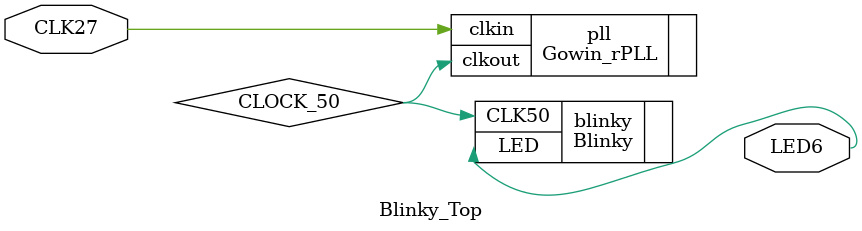
<source format=v>
module Blinky_Top (
		input CLK27,
		output LED6
	);

	wire CLOCK_50;
	Gowin_rPLL pll(
		.clkout(CLOCK_50),
		.clkin(CLK27)
	);

	Blinky blinky (
		.CLK50(CLOCK_50),  // input CLK50,
		.LED(LED6)          // output LED
	);

endmodule 
</source>
